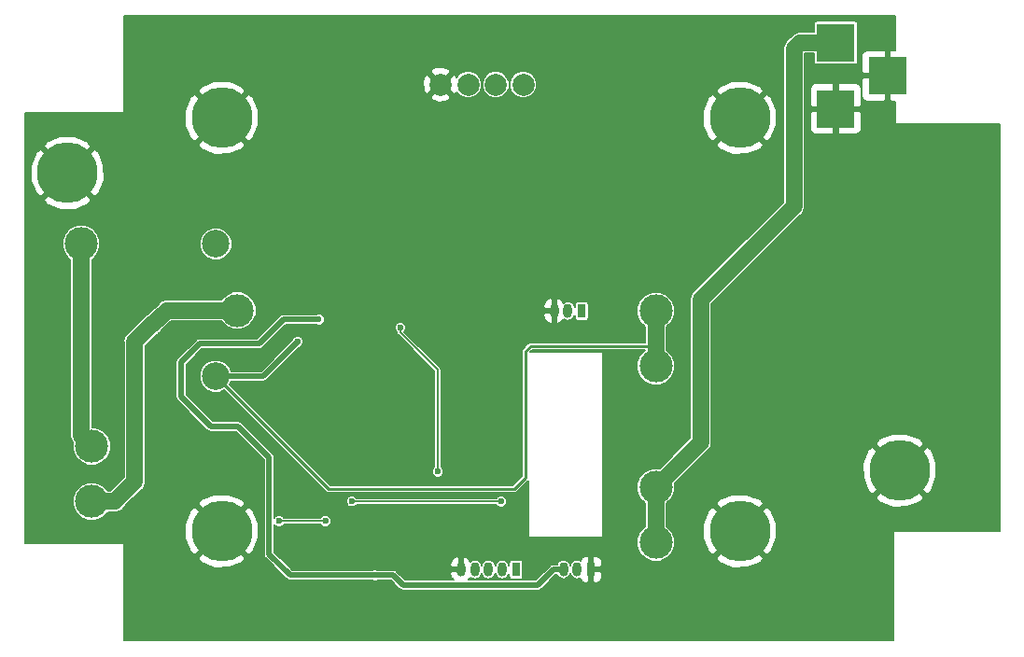
<source format=gbl>
G04 #@! TF.GenerationSoftware,KiCad,Pcbnew,(5.0.0-rc2-dev-347-g62c5a706d)*
G04 #@! TF.CreationDate,2018-11-25T22:16:37+01:00*
G04 #@! TF.ProjectId,NRF24L01,4E524632344C30312E6B696361645F70,rev?*
G04 #@! TF.SameCoordinates,Original*
G04 #@! TF.FileFunction,Copper,L2,Bot,Signal*
G04 #@! TF.FilePolarity,Positive*
%FSLAX46Y46*%
G04 Gerber Fmt 4.6, Leading zero omitted, Abs format (unit mm)*
G04 Created by KiCad (PCBNEW (5.0.0-rc2-dev-347-g62c5a706d)) date 11/25/18 22:16:37*
%MOMM*%
%LPD*%
G01*
G04 APERTURE LIST*
%ADD10C,3.000000*%
%ADD11C,2.500000*%
%ADD12C,2.000000*%
%ADD13R,3.500000X3.500000*%
%ADD14O,0.800000X1.300000*%
%ADD15R,0.800000X1.300000*%
%ADD16C,5.500000*%
%ADD17C,0.600000*%
%ADD18C,0.800000*%
%ADD19C,0.500000*%
%ADD20C,0.250000*%
%ADD21C,1.500000*%
%ADD22C,0.153000*%
%ADD23C,0.152000*%
%ADD24C,0.152400*%
G04 APERTURE END LIST*
D10*
X55200000Y-130300000D03*
X55200000Y-125300000D03*
D11*
X66450000Y-106950000D03*
D10*
X54250000Y-106950000D03*
D11*
X66450000Y-118950000D03*
D10*
X68400000Y-113000000D03*
D12*
X94350000Y-92500000D03*
X91850000Y-92500000D03*
X89350000Y-92500000D03*
X86850000Y-92500000D03*
D10*
X106375127Y-134022287D03*
X106375127Y-129022287D03*
X106375127Y-118022287D03*
X106375127Y-113022287D03*
D13*
X127400000Y-91700000D03*
X122700000Y-94700000D03*
X122700000Y-88700000D03*
D14*
X88698627Y-136488987D03*
X89948627Y-136488987D03*
X91198627Y-136488987D03*
X92448627Y-136488987D03*
D15*
X93698627Y-136488987D03*
X99649527Y-113032087D03*
D14*
X98399527Y-113032087D03*
X97149527Y-113032087D03*
D15*
X100487727Y-136476287D03*
D14*
X99237727Y-136476287D03*
X97987727Y-136476287D03*
D16*
X67000000Y-133000000D03*
X53000000Y-100500000D03*
X128500000Y-127500000D03*
X114000000Y-95500000D03*
X114000000Y-133000000D03*
X67000000Y-95500000D03*
D17*
X80402327Y-107100000D03*
X80400000Y-103400000D03*
X87073113Y-99526887D03*
X92212827Y-101765887D03*
X90900000Y-105900000D03*
X81402327Y-111697673D03*
D18*
X93295000Y-96900000D03*
D17*
X87200000Y-105000000D03*
X82733927Y-101400000D03*
X85500000Y-102500000D03*
X83189827Y-104900000D03*
D18*
X94600000Y-109742787D03*
D17*
X88300000Y-112528010D03*
X85600000Y-108200000D03*
X84077328Y-108200000D03*
X84077328Y-109777328D03*
X84000000Y-137900000D03*
X80900000Y-137000000D03*
X75800000Y-113800000D03*
X73900000Y-115800000D03*
X92341627Y-130304087D03*
X78800000Y-130300000D03*
X86600000Y-127600000D03*
X83200000Y-114544225D03*
X76400000Y-132100000D03*
X72200000Y-132100000D03*
D19*
X72600000Y-113800000D02*
X75800000Y-113800000D01*
X70400000Y-116000000D02*
X72600000Y-113800000D01*
X67300000Y-116000000D02*
X70400000Y-116000000D01*
X65000000Y-116000000D02*
X67300000Y-116000000D01*
X63300000Y-117700000D02*
X65000000Y-116000000D01*
X63300000Y-120800000D02*
X63300000Y-117700000D01*
X66000000Y-123500000D02*
X63300000Y-120800000D01*
X68483998Y-123500000D02*
X66000000Y-123500000D01*
X71300000Y-135100000D02*
X71300000Y-126316002D01*
X71300000Y-126316002D02*
X68483998Y-123500000D01*
X73200000Y-137000000D02*
X71300000Y-135100000D01*
X80900000Y-137000000D02*
X73200000Y-137000000D01*
X82534315Y-137000000D02*
X80900000Y-137000000D01*
X84000000Y-137900000D02*
X83434315Y-137900000D01*
X83434315Y-137900000D02*
X82534315Y-137000000D01*
X95664014Y-137900000D02*
X84000000Y-137900000D01*
X97987727Y-136476287D02*
X97087727Y-136476287D01*
X97087727Y-136476287D02*
X95664014Y-137900000D01*
X66450000Y-118950000D02*
X70750000Y-118950000D01*
X70750000Y-118950000D02*
X73900000Y-115800000D01*
D20*
X95040364Y-116200000D02*
X94574990Y-116665374D01*
X106375127Y-116200000D02*
X95040364Y-116200000D01*
X94574990Y-116665374D02*
X94574990Y-128125010D01*
X94574990Y-128125010D02*
X93500000Y-129200000D01*
X93500000Y-129200000D02*
X76700000Y-129200000D01*
X76700000Y-129200000D02*
X66450000Y-118950000D01*
D21*
X106375127Y-113022287D02*
X106375127Y-116200000D01*
X106375127Y-116200000D02*
X106375127Y-118022287D01*
X118900000Y-103567914D02*
X118900000Y-89250000D01*
X118900000Y-89250000D02*
X119450000Y-88700000D01*
X119450000Y-88700000D02*
X122700000Y-88700000D01*
X110439127Y-112028787D02*
X118900000Y-103567914D01*
X110439127Y-112028787D02*
X110439127Y-124958287D01*
X106375127Y-129022287D02*
X106375127Y-134022287D01*
X110439127Y-124958287D02*
X106375127Y-129022287D01*
D22*
X92341627Y-130304087D02*
X78804087Y-130304087D01*
D23*
X78804087Y-130304087D02*
X78800000Y-130300000D01*
D22*
X86600000Y-118500000D02*
X86600000Y-127600000D01*
X83200000Y-114544225D02*
X83200000Y-114968489D01*
X83200000Y-114968489D02*
X86600000Y-118368489D01*
X86600000Y-118368489D02*
X86600000Y-118500000D01*
D21*
X54250000Y-106950000D02*
X54250000Y-124350000D01*
X54250000Y-124350000D02*
X55200000Y-125300000D01*
X60800000Y-114200000D02*
X62000000Y-113000000D01*
X60800000Y-114200000D02*
X60700000Y-114200000D01*
X60700000Y-114200000D02*
X59100000Y-115800000D01*
X57321320Y-130300000D02*
X59100000Y-128521320D01*
X55200000Y-130300000D02*
X57321320Y-130300000D01*
X59100000Y-128521320D02*
X59100000Y-115800000D01*
X62000000Y-113000000D02*
X68400000Y-113000000D01*
D22*
X76400000Y-132100000D02*
X72200000Y-132100000D01*
D24*
G36*
X128123800Y-89365800D02*
X127723850Y-89365800D01*
X127577800Y-89511850D01*
X127577800Y-91522200D01*
X127597800Y-91522200D01*
X127597800Y-91877800D01*
X127577800Y-91877800D01*
X127577800Y-93888150D01*
X127723850Y-94034200D01*
X128123800Y-94034200D01*
X128123800Y-96000000D01*
X128129600Y-96029160D01*
X128146118Y-96053882D01*
X128170840Y-96070400D01*
X128200000Y-96076200D01*
X137523800Y-96076200D01*
X137523800Y-133023800D01*
X128000000Y-133023800D01*
X127970840Y-133029600D01*
X127946118Y-133046118D01*
X127929600Y-133070840D01*
X127923800Y-133100000D01*
X127923800Y-142923800D01*
X58176200Y-142923800D01*
X58176200Y-135422837D01*
X64828610Y-135422837D01*
X65148390Y-135851014D01*
X66380372Y-136342574D01*
X67706685Y-136325257D01*
X68851610Y-135851014D01*
X69171390Y-135422837D01*
X67000000Y-133251447D01*
X64828610Y-135422837D01*
X58176200Y-135422837D01*
X58176200Y-134200000D01*
X58170400Y-134170840D01*
X58153882Y-134146118D01*
X58129160Y-134129600D01*
X58100000Y-134123800D01*
X49176200Y-134123800D01*
X49176200Y-132380372D01*
X63657426Y-132380372D01*
X63674743Y-133706685D01*
X64148986Y-134851610D01*
X64577163Y-135171390D01*
X66748553Y-133000000D01*
X67251447Y-133000000D01*
X69422837Y-135171390D01*
X69851014Y-134851610D01*
X70342574Y-133619628D01*
X70325257Y-132293315D01*
X69851014Y-131148390D01*
X69422837Y-130828610D01*
X67251447Y-133000000D01*
X66748553Y-133000000D01*
X64577163Y-130828610D01*
X64148986Y-131148390D01*
X63657426Y-132380372D01*
X49176200Y-132380372D01*
X49176200Y-129956041D01*
X53470800Y-129956041D01*
X53470800Y-130643959D01*
X53734055Y-131279513D01*
X54220487Y-131765945D01*
X54856041Y-132029200D01*
X55543959Y-132029200D01*
X56179513Y-131765945D01*
X56665945Y-131279513D01*
X56666075Y-131279200D01*
X57224884Y-131279200D01*
X57321320Y-131298382D01*
X57417756Y-131279200D01*
X57417760Y-131279200D01*
X57703385Y-131222386D01*
X58027283Y-131005963D01*
X58081913Y-130924204D01*
X58428954Y-130577163D01*
X64828610Y-130577163D01*
X67000000Y-132748553D01*
X69171390Y-130577163D01*
X68851610Y-130148986D01*
X67619628Y-129657426D01*
X66293315Y-129674743D01*
X65148390Y-130148986D01*
X64828610Y-130577163D01*
X58428954Y-130577163D01*
X59724207Y-129281910D01*
X59805963Y-129227283D01*
X60022386Y-128903385D01*
X60079200Y-128617760D01*
X60079200Y-128617756D01*
X60098382Y-128521321D01*
X60079200Y-128424886D01*
X60079200Y-117700000D01*
X62811412Y-117700000D01*
X62820801Y-117747201D01*
X62820800Y-120752804D01*
X62811412Y-120800000D01*
X62820800Y-120847195D01*
X62848604Y-120986974D01*
X62954516Y-121145484D01*
X62994531Y-121172221D01*
X65627781Y-123805472D01*
X65654516Y-123845484D01*
X65813025Y-123951396D01*
X65952804Y-123979200D01*
X66000000Y-123988588D01*
X66047196Y-123979200D01*
X68285508Y-123979200D01*
X70820801Y-126514495D01*
X70820800Y-135052804D01*
X70811412Y-135100000D01*
X70820800Y-135147195D01*
X70848604Y-135286974D01*
X70954516Y-135445484D01*
X70994531Y-135472221D01*
X72827781Y-137305472D01*
X72854516Y-137345484D01*
X73013025Y-137451396D01*
X73152804Y-137479200D01*
X73200000Y-137488588D01*
X73247196Y-137479200D01*
X80674025Y-137479200D01*
X80794736Y-137529200D01*
X81005264Y-137529200D01*
X81125975Y-137479200D01*
X82335825Y-137479200D01*
X83062097Y-138205474D01*
X83088831Y-138245484D01*
X83128840Y-138272217D01*
X83128841Y-138272218D01*
X83247340Y-138351396D01*
X83434314Y-138388588D01*
X83481510Y-138379200D01*
X83774025Y-138379200D01*
X83894736Y-138429200D01*
X84105264Y-138429200D01*
X84225975Y-138379200D01*
X95616818Y-138379200D01*
X95664014Y-138388588D01*
X95711210Y-138379200D01*
X95850989Y-138351396D01*
X96009498Y-138245484D01*
X96036235Y-138205469D01*
X97286219Y-136955487D01*
X97391792Y-136955487D01*
X97395034Y-136971787D01*
X97534100Y-137179914D01*
X97742226Y-137318980D01*
X97987727Y-137367813D01*
X98233227Y-137318980D01*
X98441354Y-137179914D01*
X98580420Y-136971788D01*
X98612727Y-136809368D01*
X98645034Y-136971787D01*
X98784100Y-137179914D01*
X98992226Y-137318980D01*
X99237727Y-137367813D01*
X99483227Y-137318980D01*
X99523941Y-137291776D01*
X99592466Y-137457209D01*
X99756804Y-137621548D01*
X99971522Y-137710487D01*
X100163877Y-137710487D01*
X100309927Y-137564437D01*
X100309927Y-136654087D01*
X100665527Y-136654087D01*
X100665527Y-137564437D01*
X100811577Y-137710487D01*
X101003932Y-137710487D01*
X101218650Y-137621548D01*
X101382988Y-137457209D01*
X101471927Y-137242491D01*
X101471927Y-136800137D01*
X101325877Y-136654087D01*
X100665527Y-136654087D01*
X100309927Y-136654087D01*
X100289927Y-136654087D01*
X100289927Y-136298487D01*
X100309927Y-136298487D01*
X100309927Y-135388137D01*
X100665527Y-135388137D01*
X100665527Y-136298487D01*
X101325877Y-136298487D01*
X101471927Y-136152437D01*
X101471927Y-135710083D01*
X101382988Y-135495365D01*
X101218650Y-135331026D01*
X101003932Y-135242087D01*
X100811577Y-135242087D01*
X100665527Y-135388137D01*
X100309927Y-135388137D01*
X100163877Y-135242087D01*
X99971522Y-135242087D01*
X99756804Y-135331026D01*
X99592466Y-135495365D01*
X99523941Y-135660798D01*
X99483228Y-135633594D01*
X99237727Y-135584761D01*
X98992227Y-135633594D01*
X98784101Y-135772660D01*
X98645034Y-135980786D01*
X98612727Y-136143205D01*
X98580420Y-135980786D01*
X98441354Y-135772660D01*
X98233228Y-135633594D01*
X97987727Y-135584761D01*
X97742227Y-135633594D01*
X97534101Y-135772660D01*
X97395034Y-135980786D01*
X97391792Y-135997087D01*
X97134918Y-135997087D01*
X97087726Y-135987700D01*
X97040534Y-135997087D01*
X97040531Y-135997087D01*
X96900752Y-136024891D01*
X96742243Y-136130803D01*
X96715510Y-136170813D01*
X95465524Y-137420800D01*
X89400969Y-137420800D01*
X89552407Y-137230972D01*
X89703126Y-137331680D01*
X89948627Y-137380513D01*
X90194127Y-137331680D01*
X90402254Y-137192614D01*
X90541320Y-136984488D01*
X90573627Y-136822068D01*
X90605934Y-136984487D01*
X90745000Y-137192614D01*
X90953126Y-137331680D01*
X91198627Y-137380513D01*
X91444127Y-137331680D01*
X91652254Y-137192614D01*
X91791320Y-136984488D01*
X91823627Y-136822068D01*
X91855934Y-136984487D01*
X91995000Y-137192614D01*
X92203126Y-137331680D01*
X92448627Y-137380513D01*
X92694127Y-137331680D01*
X92902254Y-137192614D01*
X93041320Y-136984488D01*
X93064937Y-136865757D01*
X93064937Y-137138987D01*
X93082726Y-137228416D01*
X93133383Y-137304231D01*
X93209198Y-137354888D01*
X93298627Y-137372677D01*
X94098627Y-137372677D01*
X94188056Y-137354888D01*
X94263871Y-137304231D01*
X94314528Y-137228416D01*
X94332317Y-137138987D01*
X94332317Y-135838987D01*
X94314528Y-135749558D01*
X94263871Y-135673743D01*
X94188056Y-135623086D01*
X94098627Y-135605297D01*
X93298627Y-135605297D01*
X93209198Y-135623086D01*
X93133383Y-135673743D01*
X93082726Y-135749558D01*
X93064937Y-135838987D01*
X93064937Y-136112217D01*
X93041320Y-135993486D01*
X92902254Y-135785360D01*
X92694128Y-135646294D01*
X92448627Y-135597461D01*
X92203127Y-135646294D01*
X91995001Y-135785360D01*
X91855934Y-135993486D01*
X91823627Y-136155905D01*
X91791320Y-135993486D01*
X91652254Y-135785360D01*
X91444128Y-135646294D01*
X91198627Y-135597461D01*
X90953127Y-135646294D01*
X90745001Y-135785360D01*
X90605934Y-135993486D01*
X90573627Y-136155905D01*
X90541320Y-135993486D01*
X90402254Y-135785360D01*
X90194128Y-135646294D01*
X89948627Y-135597461D01*
X89703127Y-135646294D01*
X89552407Y-135747002D01*
X89339353Y-135479939D01*
X89025668Y-135310712D01*
X88876427Y-135419913D01*
X88876427Y-136311187D01*
X88896427Y-136311187D01*
X88896427Y-136666787D01*
X88876427Y-136666787D01*
X88876427Y-136686787D01*
X88520827Y-136686787D01*
X88520827Y-136666787D01*
X87853985Y-136666787D01*
X87708837Y-136822654D01*
X87816198Y-137195061D01*
X87996285Y-137420800D01*
X84225975Y-137420800D01*
X84105264Y-137370800D01*
X83894736Y-137370800D01*
X83774025Y-137420800D01*
X83632807Y-137420800D01*
X82906536Y-136694531D01*
X82879799Y-136654516D01*
X82721290Y-136548604D01*
X82581511Y-136520800D01*
X82534315Y-136511412D01*
X82487119Y-136520800D01*
X81125975Y-136520800D01*
X81005264Y-136470800D01*
X80794736Y-136470800D01*
X80674025Y-136520800D01*
X73398491Y-136520800D01*
X73033011Y-136155320D01*
X87708837Y-136155320D01*
X87853985Y-136311187D01*
X88520827Y-136311187D01*
X88520827Y-135419913D01*
X88371586Y-135310712D01*
X88057901Y-135479939D01*
X87816198Y-135782913D01*
X87708837Y-136155320D01*
X73033011Y-136155320D01*
X71779200Y-134901510D01*
X71779200Y-132427602D01*
X71900232Y-132548634D01*
X72094736Y-132629200D01*
X72305264Y-132629200D01*
X72499768Y-132548634D01*
X72642702Y-132405700D01*
X75957298Y-132405700D01*
X76100232Y-132548634D01*
X76294736Y-132629200D01*
X76505264Y-132629200D01*
X76699768Y-132548634D01*
X76848634Y-132399768D01*
X76929200Y-132205264D01*
X76929200Y-131994736D01*
X76848634Y-131800232D01*
X76699768Y-131651366D01*
X76505264Y-131570800D01*
X76294736Y-131570800D01*
X76100232Y-131651366D01*
X75957298Y-131794300D01*
X72642702Y-131794300D01*
X72499768Y-131651366D01*
X72305264Y-131570800D01*
X72094736Y-131570800D01*
X71900232Y-131651366D01*
X71779200Y-131772398D01*
X71779200Y-130194736D01*
X78270800Y-130194736D01*
X78270800Y-130405264D01*
X78351366Y-130599768D01*
X78500232Y-130748634D01*
X78694736Y-130829200D01*
X78905264Y-130829200D01*
X79099768Y-130748634D01*
X79238615Y-130609787D01*
X91898925Y-130609787D01*
X92041859Y-130752721D01*
X92236363Y-130833287D01*
X92446891Y-130833287D01*
X92641395Y-130752721D01*
X92790261Y-130603855D01*
X92870827Y-130409351D01*
X92870827Y-130198823D01*
X92790261Y-130004319D01*
X92641395Y-129855453D01*
X92446891Y-129774887D01*
X92236363Y-129774887D01*
X92041859Y-129855453D01*
X91898925Y-129998387D01*
X79246789Y-129998387D01*
X79099768Y-129851366D01*
X78905264Y-129770800D01*
X78694736Y-129770800D01*
X78500232Y-129851366D01*
X78351366Y-130000232D01*
X78270800Y-130194736D01*
X71779200Y-130194736D01*
X71779200Y-126363197D01*
X71788588Y-126316001D01*
X71751396Y-126129027D01*
X71672218Y-126010528D01*
X71672217Y-126010527D01*
X71645484Y-125970518D01*
X71605475Y-125943785D01*
X68856219Y-123194531D01*
X68829482Y-123154516D01*
X68670973Y-123048604D01*
X68531194Y-123020800D01*
X68483998Y-123011412D01*
X68436802Y-123020800D01*
X66198491Y-123020800D01*
X63779200Y-120601510D01*
X63779200Y-118655769D01*
X64970800Y-118655769D01*
X64970800Y-119244231D01*
X65195995Y-119787899D01*
X65612101Y-120204005D01*
X66155769Y-120429200D01*
X66744231Y-120429200D01*
X67227931Y-120228844D01*
X76424874Y-129425788D01*
X76444636Y-129455364D01*
X76561798Y-129533649D01*
X76699999Y-129561139D01*
X76734884Y-129554200D01*
X93465115Y-129554200D01*
X93500000Y-129561139D01*
X93534885Y-129554200D01*
X93638202Y-129533649D01*
X93755364Y-129455364D01*
X93775128Y-129425785D01*
X94800781Y-128400134D01*
X94823800Y-128384753D01*
X94823800Y-133500000D01*
X94829600Y-133529160D01*
X94846118Y-133553882D01*
X94870840Y-133570400D01*
X94900000Y-133576200D01*
X101500000Y-133576200D01*
X101529160Y-133570400D01*
X101553882Y-133553882D01*
X101570400Y-133529160D01*
X101576200Y-133500000D01*
X101576200Y-128678328D01*
X104645927Y-128678328D01*
X104645927Y-129366246D01*
X104909182Y-130001800D01*
X105395614Y-130488232D01*
X105395927Y-130488362D01*
X105395928Y-132556212D01*
X105395614Y-132556342D01*
X104909182Y-133042774D01*
X104645927Y-133678328D01*
X104645927Y-134366246D01*
X104909182Y-135001800D01*
X105395614Y-135488232D01*
X106031168Y-135751487D01*
X106719086Y-135751487D01*
X107354640Y-135488232D01*
X107420035Y-135422837D01*
X111828610Y-135422837D01*
X112148390Y-135851014D01*
X113380372Y-136342574D01*
X114706685Y-136325257D01*
X115851610Y-135851014D01*
X116171390Y-135422837D01*
X114000000Y-133251447D01*
X111828610Y-135422837D01*
X107420035Y-135422837D01*
X107841072Y-135001800D01*
X108104327Y-134366246D01*
X108104327Y-133678328D01*
X107841072Y-133042774D01*
X107354640Y-132556342D01*
X107354327Y-132556212D01*
X107354327Y-132380372D01*
X110657426Y-132380372D01*
X110674743Y-133706685D01*
X111148986Y-134851610D01*
X111577163Y-135171390D01*
X113748553Y-133000000D01*
X114251447Y-133000000D01*
X116422837Y-135171390D01*
X116851014Y-134851610D01*
X117342574Y-133619628D01*
X117325257Y-132293315D01*
X116851014Y-131148390D01*
X116422837Y-130828610D01*
X114251447Y-133000000D01*
X113748553Y-133000000D01*
X111577163Y-130828610D01*
X111148986Y-131148390D01*
X110657426Y-132380372D01*
X107354327Y-132380372D01*
X107354327Y-130577163D01*
X111828610Y-130577163D01*
X114000000Y-132748553D01*
X116171390Y-130577163D01*
X115851610Y-130148986D01*
X115284820Y-129922837D01*
X126328610Y-129922837D01*
X126648390Y-130351014D01*
X127880372Y-130842574D01*
X129206685Y-130825257D01*
X130351610Y-130351014D01*
X130671390Y-129922837D01*
X128500000Y-127751447D01*
X126328610Y-129922837D01*
X115284820Y-129922837D01*
X114619628Y-129657426D01*
X113293315Y-129674743D01*
X112148390Y-130148986D01*
X111828610Y-130577163D01*
X107354327Y-130577163D01*
X107354327Y-130488362D01*
X107354640Y-130488232D01*
X107841072Y-130001800D01*
X108104327Y-129366246D01*
X108104327Y-128678328D01*
X108104197Y-128678014D01*
X109901839Y-126880372D01*
X125157426Y-126880372D01*
X125174743Y-128206685D01*
X125648986Y-129351610D01*
X126077163Y-129671390D01*
X128248553Y-127500000D01*
X128751447Y-127500000D01*
X130922837Y-129671390D01*
X131351014Y-129351610D01*
X131842574Y-128119628D01*
X131825257Y-126793315D01*
X131351014Y-125648390D01*
X130922837Y-125328610D01*
X128751447Y-127500000D01*
X128248553Y-127500000D01*
X126077163Y-125328610D01*
X125648986Y-125648390D01*
X125157426Y-126880372D01*
X109901839Y-126880372D01*
X111063334Y-125718878D01*
X111145090Y-125664250D01*
X111361513Y-125340352D01*
X111413864Y-125077163D01*
X126328610Y-125077163D01*
X128500000Y-127248553D01*
X130671390Y-125077163D01*
X130351610Y-124648986D01*
X129119628Y-124157426D01*
X127793315Y-124174743D01*
X126648390Y-124648986D01*
X126328610Y-125077163D01*
X111413864Y-125077163D01*
X111418327Y-125054727D01*
X111418327Y-125054723D01*
X111437509Y-124958287D01*
X111418327Y-124861851D01*
X111418327Y-112434384D01*
X119524208Y-104328504D01*
X119605963Y-104273877D01*
X119822386Y-103949979D01*
X119879200Y-103664354D01*
X119879200Y-103664350D01*
X119898382Y-103567915D01*
X119879200Y-103471480D01*
X119879200Y-95023850D01*
X120365800Y-95023850D01*
X120365800Y-96566205D01*
X120454739Y-96780923D01*
X120619078Y-96945261D01*
X120833796Y-97034200D01*
X122376150Y-97034200D01*
X122522200Y-96888150D01*
X122522200Y-94877800D01*
X122877800Y-94877800D01*
X122877800Y-96888150D01*
X123023850Y-97034200D01*
X124566204Y-97034200D01*
X124780922Y-96945261D01*
X124945261Y-96780923D01*
X125034200Y-96566205D01*
X125034200Y-95023850D01*
X124888150Y-94877800D01*
X122877800Y-94877800D01*
X122522200Y-94877800D01*
X120511850Y-94877800D01*
X120365800Y-95023850D01*
X119879200Y-95023850D01*
X119879200Y-92833795D01*
X120365800Y-92833795D01*
X120365800Y-94376150D01*
X120511850Y-94522200D01*
X122522200Y-94522200D01*
X122522200Y-92511850D01*
X122877800Y-92511850D01*
X122877800Y-94522200D01*
X124888150Y-94522200D01*
X125034200Y-94376150D01*
X125034200Y-92833795D01*
X124945261Y-92619077D01*
X124780922Y-92454739D01*
X124566204Y-92365800D01*
X123023850Y-92365800D01*
X122877800Y-92511850D01*
X122522200Y-92511850D01*
X122376150Y-92365800D01*
X120833796Y-92365800D01*
X120619078Y-92454739D01*
X120454739Y-92619077D01*
X120365800Y-92833795D01*
X119879200Y-92833795D01*
X119879200Y-92023850D01*
X125065800Y-92023850D01*
X125065800Y-93566205D01*
X125154739Y-93780923D01*
X125319078Y-93945261D01*
X125533796Y-94034200D01*
X127076150Y-94034200D01*
X127222200Y-93888150D01*
X127222200Y-91877800D01*
X125211850Y-91877800D01*
X125065800Y-92023850D01*
X119879200Y-92023850D01*
X119879200Y-89679200D01*
X120716310Y-89679200D01*
X120716310Y-90450000D01*
X120734099Y-90539429D01*
X120784756Y-90615244D01*
X120860571Y-90665901D01*
X120950000Y-90683690D01*
X124450000Y-90683690D01*
X124539429Y-90665901D01*
X124615244Y-90615244D01*
X124665901Y-90539429D01*
X124683690Y-90450000D01*
X124683690Y-89833795D01*
X125065800Y-89833795D01*
X125065800Y-91376150D01*
X125211850Y-91522200D01*
X127222200Y-91522200D01*
X127222200Y-89511850D01*
X127076150Y-89365800D01*
X125533796Y-89365800D01*
X125319078Y-89454739D01*
X125154739Y-89619077D01*
X125065800Y-89833795D01*
X124683690Y-89833795D01*
X124683690Y-86950000D01*
X124665901Y-86860571D01*
X124615244Y-86784756D01*
X124539429Y-86734099D01*
X124450000Y-86716310D01*
X120950000Y-86716310D01*
X120860571Y-86734099D01*
X120784756Y-86784756D01*
X120734099Y-86860571D01*
X120716310Y-86950000D01*
X120716310Y-87720800D01*
X119546434Y-87720800D01*
X119449999Y-87701618D01*
X119353564Y-87720800D01*
X119353560Y-87720800D01*
X119067935Y-87777614D01*
X118744037Y-87994037D01*
X118689407Y-88075796D01*
X118275794Y-88489409D01*
X118194038Y-88544037D01*
X118139410Y-88625793D01*
X118139408Y-88625795D01*
X117977614Y-88867936D01*
X117901618Y-89250000D01*
X117920801Y-89346441D01*
X117920800Y-103162316D01*
X109814923Y-111268194D01*
X109733164Y-111322824D01*
X109516741Y-111646723D01*
X109459927Y-111932348D01*
X109459927Y-111932351D01*
X109440745Y-112028787D01*
X109459927Y-112125223D01*
X109459928Y-124552688D01*
X106719400Y-127293217D01*
X106719086Y-127293087D01*
X106031168Y-127293087D01*
X105395614Y-127556342D01*
X104909182Y-128042774D01*
X104645927Y-128678328D01*
X101576200Y-128678328D01*
X101576200Y-116800000D01*
X101570400Y-116770840D01*
X101553882Y-116746118D01*
X101529160Y-116729600D01*
X101500000Y-116723800D01*
X95017477Y-116723800D01*
X95187078Y-116554200D01*
X105395927Y-116554200D01*
X105395927Y-116556212D01*
X105395614Y-116556342D01*
X104909182Y-117042774D01*
X104645927Y-117678328D01*
X104645927Y-118366246D01*
X104909182Y-119001800D01*
X105395614Y-119488232D01*
X106031168Y-119751487D01*
X106719086Y-119751487D01*
X107354640Y-119488232D01*
X107841072Y-119001800D01*
X108104327Y-118366246D01*
X108104327Y-117678328D01*
X107841072Y-117042774D01*
X107354640Y-116556342D01*
X107354327Y-116556212D01*
X107354327Y-114488362D01*
X107354640Y-114488232D01*
X107841072Y-114001800D01*
X108104327Y-113366246D01*
X108104327Y-112678328D01*
X107841072Y-112042774D01*
X107354640Y-111556342D01*
X106719086Y-111293087D01*
X106031168Y-111293087D01*
X105395614Y-111556342D01*
X104909182Y-112042774D01*
X104645927Y-112678328D01*
X104645927Y-113366246D01*
X104909182Y-114001800D01*
X105395614Y-114488232D01*
X105395927Y-114488362D01*
X105395928Y-115845800D01*
X95075247Y-115845800D01*
X95040363Y-115838861D01*
X95005479Y-115845800D01*
X94902162Y-115866351D01*
X94785000Y-115944636D01*
X94765238Y-115974212D01*
X94349203Y-116390248D01*
X94319626Y-116410011D01*
X94267123Y-116488588D01*
X94241341Y-116527173D01*
X94213851Y-116665374D01*
X94220790Y-116700259D01*
X94220791Y-127978294D01*
X93353287Y-128845800D01*
X76846714Y-128845800D01*
X67728844Y-119727931D01*
X67852583Y-119429200D01*
X70702804Y-119429200D01*
X70750000Y-119438588D01*
X70797196Y-119429200D01*
X70936975Y-119401396D01*
X71095484Y-119295484D01*
X71122221Y-119255469D01*
X74079057Y-116298634D01*
X74199768Y-116248634D01*
X74348634Y-116099768D01*
X74429200Y-115905264D01*
X74429200Y-115694736D01*
X74348634Y-115500232D01*
X74199768Y-115351366D01*
X74005264Y-115270800D01*
X73794736Y-115270800D01*
X73600232Y-115351366D01*
X73451366Y-115500232D01*
X73401366Y-115620943D01*
X70551510Y-118470800D01*
X67852583Y-118470800D01*
X67704005Y-118112101D01*
X67287899Y-117695995D01*
X66744231Y-117470800D01*
X66155769Y-117470800D01*
X65612101Y-117695995D01*
X65195995Y-118112101D01*
X64970800Y-118655769D01*
X63779200Y-118655769D01*
X63779200Y-117898490D01*
X65198491Y-116479200D01*
X70352804Y-116479200D01*
X70400000Y-116488588D01*
X70447196Y-116479200D01*
X70586975Y-116451396D01*
X70745484Y-116345484D01*
X70772221Y-116305469D01*
X72638729Y-114438961D01*
X82670800Y-114438961D01*
X82670800Y-114649489D01*
X82751366Y-114843993D01*
X82891403Y-114984030D01*
X82894300Y-114998593D01*
X82894300Y-114998598D01*
X82909185Y-115073425D01*
X82912038Y-115087767D01*
X82962548Y-115163361D01*
X82962550Y-115163363D01*
X82979604Y-115188886D01*
X83005127Y-115205940D01*
X86294300Y-118495114D01*
X86294301Y-127157297D01*
X86151366Y-127300232D01*
X86070800Y-127494736D01*
X86070800Y-127705264D01*
X86151366Y-127899768D01*
X86300232Y-128048634D01*
X86494736Y-128129200D01*
X86705264Y-128129200D01*
X86899768Y-128048634D01*
X87048634Y-127899768D01*
X87129200Y-127705264D01*
X87129200Y-127494736D01*
X87048634Y-127300232D01*
X86905700Y-127157298D01*
X86905700Y-118398592D01*
X86911688Y-118368488D01*
X86905700Y-118338384D01*
X86905700Y-118338380D01*
X86887963Y-118249211D01*
X86820397Y-118148092D01*
X86794874Y-118131038D01*
X83578231Y-114914396D01*
X83648634Y-114843993D01*
X83729200Y-114649489D01*
X83729200Y-114438961D01*
X83648634Y-114244457D01*
X83499768Y-114095591D01*
X83305264Y-114015025D01*
X83094736Y-114015025D01*
X82900232Y-114095591D01*
X82751366Y-114244457D01*
X82670800Y-114438961D01*
X72638729Y-114438961D01*
X72798491Y-114279200D01*
X75574025Y-114279200D01*
X75694736Y-114329200D01*
X75905264Y-114329200D01*
X76099768Y-114248634D01*
X76248634Y-114099768D01*
X76329200Y-113905264D01*
X76329200Y-113694736D01*
X76248634Y-113500232D01*
X76114156Y-113365754D01*
X96159737Y-113365754D01*
X96267098Y-113738161D01*
X96508801Y-114041135D01*
X96822486Y-114210362D01*
X96971727Y-114101161D01*
X96971727Y-113209887D01*
X96304885Y-113209887D01*
X96159737Y-113365754D01*
X76114156Y-113365754D01*
X76099768Y-113351366D01*
X75905264Y-113270800D01*
X75694736Y-113270800D01*
X75574025Y-113320800D01*
X72647196Y-113320800D01*
X72600000Y-113311412D01*
X72552804Y-113320800D01*
X72413025Y-113348604D01*
X72254516Y-113454516D01*
X72227781Y-113494528D01*
X70201510Y-115520800D01*
X65047195Y-115520800D01*
X64999999Y-115511412D01*
X64895183Y-115532262D01*
X64813025Y-115548604D01*
X64654516Y-115654516D01*
X64627781Y-115694528D01*
X62994529Y-117327781D01*
X62954517Y-117354516D01*
X62927782Y-117394528D01*
X62848604Y-117513027D01*
X62811412Y-117700000D01*
X60079200Y-117700000D01*
X60079200Y-116205597D01*
X61157532Y-115127266D01*
X61182065Y-115122386D01*
X61505963Y-114905963D01*
X61560593Y-114824204D01*
X62405598Y-113979200D01*
X66933925Y-113979200D01*
X66934055Y-113979513D01*
X67420487Y-114465945D01*
X68056041Y-114729200D01*
X68743959Y-114729200D01*
X69379513Y-114465945D01*
X69865945Y-113979513D01*
X70129200Y-113343959D01*
X70129200Y-112698420D01*
X96159737Y-112698420D01*
X96304885Y-112854287D01*
X96971727Y-112854287D01*
X96971727Y-111963013D01*
X97327327Y-111963013D01*
X97327327Y-112854287D01*
X97347327Y-112854287D01*
X97347327Y-113209887D01*
X97327327Y-113209887D01*
X97327327Y-114101161D01*
X97476568Y-114210362D01*
X97790253Y-114041135D01*
X98003307Y-113774072D01*
X98154026Y-113874780D01*
X98399527Y-113923613D01*
X98645027Y-113874780D01*
X98853154Y-113735714D01*
X98992220Y-113527588D01*
X99015837Y-113408857D01*
X99015837Y-113682087D01*
X99033626Y-113771516D01*
X99084283Y-113847331D01*
X99160098Y-113897988D01*
X99249527Y-113915777D01*
X100049527Y-113915777D01*
X100138956Y-113897988D01*
X100214771Y-113847331D01*
X100265428Y-113771516D01*
X100283217Y-113682087D01*
X100283217Y-112382087D01*
X100265428Y-112292658D01*
X100214771Y-112216843D01*
X100138956Y-112166186D01*
X100049527Y-112148397D01*
X99249527Y-112148397D01*
X99160098Y-112166186D01*
X99084283Y-112216843D01*
X99033626Y-112292658D01*
X99015837Y-112382087D01*
X99015837Y-112655317D01*
X98992220Y-112536586D01*
X98853154Y-112328460D01*
X98645028Y-112189394D01*
X98399527Y-112140561D01*
X98154027Y-112189394D01*
X98003307Y-112290102D01*
X97790253Y-112023039D01*
X97476568Y-111853812D01*
X97327327Y-111963013D01*
X96971727Y-111963013D01*
X96822486Y-111853812D01*
X96508801Y-112023039D01*
X96267098Y-112326013D01*
X96159737Y-112698420D01*
X70129200Y-112698420D01*
X70129200Y-112656041D01*
X69865945Y-112020487D01*
X69379513Y-111534055D01*
X68743959Y-111270800D01*
X68056041Y-111270800D01*
X67420487Y-111534055D01*
X66934055Y-112020487D01*
X66933925Y-112020800D01*
X62096434Y-112020800D01*
X61999999Y-112001618D01*
X61903564Y-112020800D01*
X61903560Y-112020800D01*
X61617935Y-112077614D01*
X61450645Y-112189394D01*
X61375794Y-112239408D01*
X61375793Y-112239409D01*
X61294037Y-112294037D01*
X61239409Y-112375793D01*
X60342469Y-113272734D01*
X60317935Y-113277614D01*
X60075794Y-113439408D01*
X60075793Y-113439409D01*
X59994037Y-113494037D01*
X59939409Y-113575793D01*
X58475794Y-115039409D01*
X58394038Y-115094037D01*
X58339410Y-115175793D01*
X58339408Y-115175795D01*
X58177614Y-115417936D01*
X58101618Y-115800000D01*
X58120801Y-115896441D01*
X58120800Y-128115722D01*
X56915723Y-129320800D01*
X56666075Y-129320800D01*
X56665945Y-129320487D01*
X56179513Y-128834055D01*
X55543959Y-128570800D01*
X54856041Y-128570800D01*
X54220487Y-128834055D01*
X53734055Y-129320487D01*
X53470800Y-129956041D01*
X49176200Y-129956041D01*
X49176200Y-106606041D01*
X52520800Y-106606041D01*
X52520800Y-107293959D01*
X52784055Y-107929513D01*
X53270487Y-108415945D01*
X53270800Y-108416075D01*
X53270801Y-124253559D01*
X53251618Y-124350000D01*
X53327614Y-124732064D01*
X53473276Y-124950062D01*
X53470800Y-124956041D01*
X53470800Y-125643959D01*
X53734055Y-126279513D01*
X54220487Y-126765945D01*
X54856041Y-127029200D01*
X55543959Y-127029200D01*
X56179513Y-126765945D01*
X56665945Y-126279513D01*
X56929200Y-125643959D01*
X56929200Y-124956041D01*
X56665945Y-124320487D01*
X56179513Y-123834055D01*
X55543959Y-123570800D01*
X55229200Y-123570800D01*
X55229200Y-108416075D01*
X55229513Y-108415945D01*
X55715945Y-107929513D01*
X55979200Y-107293959D01*
X55979200Y-106655769D01*
X64970800Y-106655769D01*
X64970800Y-107244231D01*
X65195995Y-107787899D01*
X65612101Y-108204005D01*
X66155769Y-108429200D01*
X66744231Y-108429200D01*
X67287899Y-108204005D01*
X67704005Y-107787899D01*
X67929200Y-107244231D01*
X67929200Y-106655769D01*
X67704005Y-106112101D01*
X67287899Y-105695995D01*
X66744231Y-105470800D01*
X66155769Y-105470800D01*
X65612101Y-105695995D01*
X65195995Y-106112101D01*
X64970800Y-106655769D01*
X55979200Y-106655769D01*
X55979200Y-106606041D01*
X55715945Y-105970487D01*
X55229513Y-105484055D01*
X54593959Y-105220800D01*
X53906041Y-105220800D01*
X53270487Y-105484055D01*
X52784055Y-105970487D01*
X52520800Y-106606041D01*
X49176200Y-106606041D01*
X49176200Y-102922837D01*
X50828610Y-102922837D01*
X51148390Y-103351014D01*
X52380372Y-103842574D01*
X53706685Y-103825257D01*
X54851610Y-103351014D01*
X55171390Y-102922837D01*
X53000000Y-100751447D01*
X50828610Y-102922837D01*
X49176200Y-102922837D01*
X49176200Y-99880372D01*
X49657426Y-99880372D01*
X49674743Y-101206685D01*
X50148986Y-102351610D01*
X50577163Y-102671390D01*
X52748553Y-100500000D01*
X53251447Y-100500000D01*
X55422837Y-102671390D01*
X55851014Y-102351610D01*
X56342574Y-101119628D01*
X56325257Y-99793315D01*
X55851014Y-98648390D01*
X55422837Y-98328610D01*
X53251447Y-100500000D01*
X52748553Y-100500000D01*
X50577163Y-98328610D01*
X50148986Y-98648390D01*
X49657426Y-99880372D01*
X49176200Y-99880372D01*
X49176200Y-98077163D01*
X50828610Y-98077163D01*
X53000000Y-100248553D01*
X55171390Y-98077163D01*
X55056134Y-97922837D01*
X64828610Y-97922837D01*
X65148390Y-98351014D01*
X66380372Y-98842574D01*
X67706685Y-98825257D01*
X68851610Y-98351014D01*
X69171390Y-97922837D01*
X111828610Y-97922837D01*
X112148390Y-98351014D01*
X113380372Y-98842574D01*
X114706685Y-98825257D01*
X115851610Y-98351014D01*
X116171390Y-97922837D01*
X114000000Y-95751447D01*
X111828610Y-97922837D01*
X69171390Y-97922837D01*
X67000000Y-95751447D01*
X64828610Y-97922837D01*
X55056134Y-97922837D01*
X54851610Y-97648986D01*
X53619628Y-97157426D01*
X52293315Y-97174743D01*
X51148390Y-97648986D01*
X50828610Y-98077163D01*
X49176200Y-98077163D01*
X49176200Y-95076200D01*
X58100000Y-95076200D01*
X58129160Y-95070400D01*
X58153882Y-95053882D01*
X58170400Y-95029160D01*
X58176200Y-95000000D01*
X58176200Y-94880372D01*
X63657426Y-94880372D01*
X63674743Y-96206685D01*
X64148986Y-97351610D01*
X64577163Y-97671390D01*
X66748553Y-95500000D01*
X67251447Y-95500000D01*
X69422837Y-97671390D01*
X69851014Y-97351610D01*
X70342574Y-96119628D01*
X70326394Y-94880372D01*
X110657426Y-94880372D01*
X110674743Y-96206685D01*
X111148986Y-97351610D01*
X111577163Y-97671390D01*
X113748553Y-95500000D01*
X114251447Y-95500000D01*
X116422837Y-97671390D01*
X116851014Y-97351610D01*
X117342574Y-96119628D01*
X117325257Y-94793315D01*
X116851014Y-93648390D01*
X116422837Y-93328610D01*
X114251447Y-95500000D01*
X113748553Y-95500000D01*
X111577163Y-93328610D01*
X111148986Y-93648390D01*
X110657426Y-94880372D01*
X70326394Y-94880372D01*
X70325257Y-94793315D01*
X69854564Y-93656960D01*
X85944488Y-93656960D01*
X86050201Y-93903321D01*
X86648109Y-94102569D01*
X87276753Y-94057841D01*
X87649799Y-93903321D01*
X87755512Y-93656960D01*
X86850000Y-92751447D01*
X85944488Y-93656960D01*
X69854564Y-93656960D01*
X69851014Y-93648390D01*
X69422837Y-93328610D01*
X67251447Y-95500000D01*
X66748553Y-95500000D01*
X64577163Y-93328610D01*
X64148986Y-93648390D01*
X63657426Y-94880372D01*
X58176200Y-94880372D01*
X58176200Y-93077163D01*
X64828610Y-93077163D01*
X67000000Y-95248553D01*
X69171390Y-93077163D01*
X68851610Y-92648986D01*
X67972218Y-92298109D01*
X85247431Y-92298109D01*
X85292159Y-92926753D01*
X85446679Y-93299799D01*
X85693040Y-93405512D01*
X86598553Y-92500000D01*
X87101447Y-92500000D01*
X88006960Y-93405512D01*
X88253321Y-93299799D01*
X88296786Y-93169369D01*
X88307935Y-93196286D01*
X88653714Y-93542065D01*
X89105497Y-93729200D01*
X89594503Y-93729200D01*
X90046286Y-93542065D01*
X90392065Y-93196286D01*
X90579200Y-92744503D01*
X90579200Y-92255497D01*
X90620800Y-92255497D01*
X90620800Y-92744503D01*
X90807935Y-93196286D01*
X91153714Y-93542065D01*
X91605497Y-93729200D01*
X92094503Y-93729200D01*
X92546286Y-93542065D01*
X92892065Y-93196286D01*
X93079200Y-92744503D01*
X93079200Y-92255497D01*
X93120800Y-92255497D01*
X93120800Y-92744503D01*
X93307935Y-93196286D01*
X93653714Y-93542065D01*
X94105497Y-93729200D01*
X94594503Y-93729200D01*
X95046286Y-93542065D01*
X95392065Y-93196286D01*
X95441407Y-93077163D01*
X111828610Y-93077163D01*
X114000000Y-95248553D01*
X116171390Y-93077163D01*
X115851610Y-92648986D01*
X114619628Y-92157426D01*
X113293315Y-92174743D01*
X112148390Y-92648986D01*
X111828610Y-93077163D01*
X95441407Y-93077163D01*
X95579200Y-92744503D01*
X95579200Y-92255497D01*
X95392065Y-91803714D01*
X95046286Y-91457935D01*
X94594503Y-91270800D01*
X94105497Y-91270800D01*
X93653714Y-91457935D01*
X93307935Y-91803714D01*
X93120800Y-92255497D01*
X93079200Y-92255497D01*
X92892065Y-91803714D01*
X92546286Y-91457935D01*
X92094503Y-91270800D01*
X91605497Y-91270800D01*
X91153714Y-91457935D01*
X90807935Y-91803714D01*
X90620800Y-92255497D01*
X90579200Y-92255497D01*
X90392065Y-91803714D01*
X90046286Y-91457935D01*
X89594503Y-91270800D01*
X89105497Y-91270800D01*
X88653714Y-91457935D01*
X88307935Y-91803714D01*
X88302066Y-91817883D01*
X88253321Y-91700201D01*
X88006960Y-91594488D01*
X87101447Y-92500000D01*
X86598553Y-92500000D01*
X85693040Y-91594488D01*
X85446679Y-91700201D01*
X85247431Y-92298109D01*
X67972218Y-92298109D01*
X67619628Y-92157426D01*
X66293315Y-92174743D01*
X65148390Y-92648986D01*
X64828610Y-93077163D01*
X58176200Y-93077163D01*
X58176200Y-91343040D01*
X85944488Y-91343040D01*
X86850000Y-92248553D01*
X87755512Y-91343040D01*
X87649799Y-91096679D01*
X87051891Y-90897431D01*
X86423247Y-90942159D01*
X86050201Y-91096679D01*
X85944488Y-91343040D01*
X58176200Y-91343040D01*
X58176200Y-86276200D01*
X128123800Y-86276200D01*
X128123800Y-89365800D01*
X128123800Y-89365800D01*
G37*
X128123800Y-89365800D02*
X127723850Y-89365800D01*
X127577800Y-89511850D01*
X127577800Y-91522200D01*
X127597800Y-91522200D01*
X127597800Y-91877800D01*
X127577800Y-91877800D01*
X127577800Y-93888150D01*
X127723850Y-94034200D01*
X128123800Y-94034200D01*
X128123800Y-96000000D01*
X128129600Y-96029160D01*
X128146118Y-96053882D01*
X128170840Y-96070400D01*
X128200000Y-96076200D01*
X137523800Y-96076200D01*
X137523800Y-133023800D01*
X128000000Y-133023800D01*
X127970840Y-133029600D01*
X127946118Y-133046118D01*
X127929600Y-133070840D01*
X127923800Y-133100000D01*
X127923800Y-142923800D01*
X58176200Y-142923800D01*
X58176200Y-135422837D01*
X64828610Y-135422837D01*
X65148390Y-135851014D01*
X66380372Y-136342574D01*
X67706685Y-136325257D01*
X68851610Y-135851014D01*
X69171390Y-135422837D01*
X67000000Y-133251447D01*
X64828610Y-135422837D01*
X58176200Y-135422837D01*
X58176200Y-134200000D01*
X58170400Y-134170840D01*
X58153882Y-134146118D01*
X58129160Y-134129600D01*
X58100000Y-134123800D01*
X49176200Y-134123800D01*
X49176200Y-132380372D01*
X63657426Y-132380372D01*
X63674743Y-133706685D01*
X64148986Y-134851610D01*
X64577163Y-135171390D01*
X66748553Y-133000000D01*
X67251447Y-133000000D01*
X69422837Y-135171390D01*
X69851014Y-134851610D01*
X70342574Y-133619628D01*
X70325257Y-132293315D01*
X69851014Y-131148390D01*
X69422837Y-130828610D01*
X67251447Y-133000000D01*
X66748553Y-133000000D01*
X64577163Y-130828610D01*
X64148986Y-131148390D01*
X63657426Y-132380372D01*
X49176200Y-132380372D01*
X49176200Y-129956041D01*
X53470800Y-129956041D01*
X53470800Y-130643959D01*
X53734055Y-131279513D01*
X54220487Y-131765945D01*
X54856041Y-132029200D01*
X55543959Y-132029200D01*
X56179513Y-131765945D01*
X56665945Y-131279513D01*
X56666075Y-131279200D01*
X57224884Y-131279200D01*
X57321320Y-131298382D01*
X57417756Y-131279200D01*
X57417760Y-131279200D01*
X57703385Y-131222386D01*
X58027283Y-131005963D01*
X58081913Y-130924204D01*
X58428954Y-130577163D01*
X64828610Y-130577163D01*
X67000000Y-132748553D01*
X69171390Y-130577163D01*
X68851610Y-130148986D01*
X67619628Y-129657426D01*
X66293315Y-129674743D01*
X65148390Y-130148986D01*
X64828610Y-130577163D01*
X58428954Y-130577163D01*
X59724207Y-129281910D01*
X59805963Y-129227283D01*
X60022386Y-128903385D01*
X60079200Y-128617760D01*
X60079200Y-128617756D01*
X60098382Y-128521321D01*
X60079200Y-128424886D01*
X60079200Y-117700000D01*
X62811412Y-117700000D01*
X62820801Y-117747201D01*
X62820800Y-120752804D01*
X62811412Y-120800000D01*
X62820800Y-120847195D01*
X62848604Y-120986974D01*
X62954516Y-121145484D01*
X62994531Y-121172221D01*
X65627781Y-123805472D01*
X65654516Y-123845484D01*
X65813025Y-123951396D01*
X65952804Y-123979200D01*
X66000000Y-123988588D01*
X66047196Y-123979200D01*
X68285508Y-123979200D01*
X70820801Y-126514495D01*
X70820800Y-135052804D01*
X70811412Y-135100000D01*
X70820800Y-135147195D01*
X70848604Y-135286974D01*
X70954516Y-135445484D01*
X70994531Y-135472221D01*
X72827781Y-137305472D01*
X72854516Y-137345484D01*
X73013025Y-137451396D01*
X73152804Y-137479200D01*
X73200000Y-137488588D01*
X73247196Y-137479200D01*
X80674025Y-137479200D01*
X80794736Y-137529200D01*
X81005264Y-137529200D01*
X81125975Y-137479200D01*
X82335825Y-137479200D01*
X83062097Y-138205474D01*
X83088831Y-138245484D01*
X83128840Y-138272217D01*
X83128841Y-138272218D01*
X83247340Y-138351396D01*
X83434314Y-138388588D01*
X83481510Y-138379200D01*
X83774025Y-138379200D01*
X83894736Y-138429200D01*
X84105264Y-138429200D01*
X84225975Y-138379200D01*
X95616818Y-138379200D01*
X95664014Y-138388588D01*
X95711210Y-138379200D01*
X95850989Y-138351396D01*
X96009498Y-138245484D01*
X96036235Y-138205469D01*
X97286219Y-136955487D01*
X97391792Y-136955487D01*
X97395034Y-136971787D01*
X97534100Y-137179914D01*
X97742226Y-137318980D01*
X97987727Y-137367813D01*
X98233227Y-137318980D01*
X98441354Y-137179914D01*
X98580420Y-136971788D01*
X98612727Y-136809368D01*
X98645034Y-136971787D01*
X98784100Y-137179914D01*
X98992226Y-137318980D01*
X99237727Y-137367813D01*
X99483227Y-137318980D01*
X99523941Y-137291776D01*
X99592466Y-137457209D01*
X99756804Y-137621548D01*
X99971522Y-137710487D01*
X100163877Y-137710487D01*
X100309927Y-137564437D01*
X100309927Y-136654087D01*
X100665527Y-136654087D01*
X100665527Y-137564437D01*
X100811577Y-137710487D01*
X101003932Y-137710487D01*
X101218650Y-137621548D01*
X101382988Y-137457209D01*
X101471927Y-137242491D01*
X101471927Y-136800137D01*
X101325877Y-136654087D01*
X100665527Y-136654087D01*
X100309927Y-136654087D01*
X100289927Y-136654087D01*
X100289927Y-136298487D01*
X100309927Y-136298487D01*
X100309927Y-135388137D01*
X100665527Y-135388137D01*
X100665527Y-136298487D01*
X101325877Y-136298487D01*
X101471927Y-136152437D01*
X101471927Y-135710083D01*
X101382988Y-135495365D01*
X101218650Y-135331026D01*
X101003932Y-135242087D01*
X100811577Y-135242087D01*
X100665527Y-135388137D01*
X100309927Y-135388137D01*
X100163877Y-135242087D01*
X99971522Y-135242087D01*
X99756804Y-135331026D01*
X99592466Y-135495365D01*
X99523941Y-135660798D01*
X99483228Y-135633594D01*
X99237727Y-135584761D01*
X98992227Y-135633594D01*
X98784101Y-135772660D01*
X98645034Y-135980786D01*
X98612727Y-136143205D01*
X98580420Y-135980786D01*
X98441354Y-135772660D01*
X98233228Y-135633594D01*
X97987727Y-135584761D01*
X97742227Y-135633594D01*
X97534101Y-135772660D01*
X97395034Y-135980786D01*
X97391792Y-135997087D01*
X97134918Y-135997087D01*
X97087726Y-135987700D01*
X97040534Y-135997087D01*
X97040531Y-135997087D01*
X96900752Y-136024891D01*
X96742243Y-136130803D01*
X96715510Y-136170813D01*
X95465524Y-137420800D01*
X89400969Y-137420800D01*
X89552407Y-137230972D01*
X89703126Y-137331680D01*
X89948627Y-137380513D01*
X90194127Y-137331680D01*
X90402254Y-137192614D01*
X90541320Y-136984488D01*
X90573627Y-136822068D01*
X90605934Y-136984487D01*
X90745000Y-137192614D01*
X90953126Y-137331680D01*
X91198627Y-137380513D01*
X91444127Y-137331680D01*
X91652254Y-137192614D01*
X91791320Y-136984488D01*
X91823627Y-136822068D01*
X91855934Y-136984487D01*
X91995000Y-137192614D01*
X92203126Y-137331680D01*
X92448627Y-137380513D01*
X92694127Y-137331680D01*
X92902254Y-137192614D01*
X93041320Y-136984488D01*
X93064937Y-136865757D01*
X93064937Y-137138987D01*
X93082726Y-137228416D01*
X93133383Y-137304231D01*
X93209198Y-137354888D01*
X93298627Y-137372677D01*
X94098627Y-137372677D01*
X94188056Y-137354888D01*
X94263871Y-137304231D01*
X94314528Y-137228416D01*
X94332317Y-137138987D01*
X94332317Y-135838987D01*
X94314528Y-135749558D01*
X94263871Y-135673743D01*
X94188056Y-135623086D01*
X94098627Y-135605297D01*
X93298627Y-135605297D01*
X93209198Y-135623086D01*
X93133383Y-135673743D01*
X93082726Y-135749558D01*
X93064937Y-135838987D01*
X93064937Y-136112217D01*
X93041320Y-135993486D01*
X92902254Y-135785360D01*
X92694128Y-135646294D01*
X92448627Y-135597461D01*
X92203127Y-135646294D01*
X91995001Y-135785360D01*
X91855934Y-135993486D01*
X91823627Y-136155905D01*
X91791320Y-135993486D01*
X91652254Y-135785360D01*
X91444128Y-135646294D01*
X91198627Y-135597461D01*
X90953127Y-135646294D01*
X90745001Y-135785360D01*
X90605934Y-135993486D01*
X90573627Y-136155905D01*
X90541320Y-135993486D01*
X90402254Y-135785360D01*
X90194128Y-135646294D01*
X89948627Y-135597461D01*
X89703127Y-135646294D01*
X89552407Y-135747002D01*
X89339353Y-135479939D01*
X89025668Y-135310712D01*
X88876427Y-135419913D01*
X88876427Y-136311187D01*
X88896427Y-136311187D01*
X88896427Y-136666787D01*
X88876427Y-136666787D01*
X88876427Y-136686787D01*
X88520827Y-136686787D01*
X88520827Y-136666787D01*
X87853985Y-136666787D01*
X87708837Y-136822654D01*
X87816198Y-137195061D01*
X87996285Y-137420800D01*
X84225975Y-137420800D01*
X84105264Y-137370800D01*
X83894736Y-137370800D01*
X83774025Y-137420800D01*
X83632807Y-137420800D01*
X82906536Y-136694531D01*
X82879799Y-136654516D01*
X82721290Y-136548604D01*
X82581511Y-136520800D01*
X82534315Y-136511412D01*
X82487119Y-136520800D01*
X81125975Y-136520800D01*
X81005264Y-136470800D01*
X80794736Y-136470800D01*
X80674025Y-136520800D01*
X73398491Y-136520800D01*
X73033011Y-136155320D01*
X87708837Y-136155320D01*
X87853985Y-136311187D01*
X88520827Y-136311187D01*
X88520827Y-135419913D01*
X88371586Y-135310712D01*
X88057901Y-135479939D01*
X87816198Y-135782913D01*
X87708837Y-136155320D01*
X73033011Y-136155320D01*
X71779200Y-134901510D01*
X71779200Y-132427602D01*
X71900232Y-132548634D01*
X72094736Y-132629200D01*
X72305264Y-132629200D01*
X72499768Y-132548634D01*
X72642702Y-132405700D01*
X75957298Y-132405700D01*
X76100232Y-132548634D01*
X76294736Y-132629200D01*
X76505264Y-132629200D01*
X76699768Y-132548634D01*
X76848634Y-132399768D01*
X76929200Y-132205264D01*
X76929200Y-131994736D01*
X76848634Y-131800232D01*
X76699768Y-131651366D01*
X76505264Y-131570800D01*
X76294736Y-131570800D01*
X76100232Y-131651366D01*
X75957298Y-131794300D01*
X72642702Y-131794300D01*
X72499768Y-131651366D01*
X72305264Y-131570800D01*
X72094736Y-131570800D01*
X71900232Y-131651366D01*
X71779200Y-131772398D01*
X71779200Y-130194736D01*
X78270800Y-130194736D01*
X78270800Y-130405264D01*
X78351366Y-130599768D01*
X78500232Y-130748634D01*
X78694736Y-130829200D01*
X78905264Y-130829200D01*
X79099768Y-130748634D01*
X79238615Y-130609787D01*
X91898925Y-130609787D01*
X92041859Y-130752721D01*
X92236363Y-130833287D01*
X92446891Y-130833287D01*
X92641395Y-130752721D01*
X92790261Y-130603855D01*
X92870827Y-130409351D01*
X92870827Y-130198823D01*
X92790261Y-130004319D01*
X92641395Y-129855453D01*
X92446891Y-129774887D01*
X92236363Y-129774887D01*
X92041859Y-129855453D01*
X91898925Y-129998387D01*
X79246789Y-129998387D01*
X79099768Y-129851366D01*
X78905264Y-129770800D01*
X78694736Y-129770800D01*
X78500232Y-129851366D01*
X78351366Y-130000232D01*
X78270800Y-130194736D01*
X71779200Y-130194736D01*
X71779200Y-126363197D01*
X71788588Y-126316001D01*
X71751396Y-126129027D01*
X71672218Y-126010528D01*
X71672217Y-126010527D01*
X71645484Y-125970518D01*
X71605475Y-125943785D01*
X68856219Y-123194531D01*
X68829482Y-123154516D01*
X68670973Y-123048604D01*
X68531194Y-123020800D01*
X68483998Y-123011412D01*
X68436802Y-123020800D01*
X66198491Y-123020800D01*
X63779200Y-120601510D01*
X63779200Y-118655769D01*
X64970800Y-118655769D01*
X64970800Y-119244231D01*
X65195995Y-119787899D01*
X65612101Y-120204005D01*
X66155769Y-120429200D01*
X66744231Y-120429200D01*
X67227931Y-120228844D01*
X76424874Y-129425788D01*
X76444636Y-129455364D01*
X76561798Y-129533649D01*
X76699999Y-129561139D01*
X76734884Y-129554200D01*
X93465115Y-129554200D01*
X93500000Y-129561139D01*
X93534885Y-129554200D01*
X93638202Y-129533649D01*
X93755364Y-129455364D01*
X93775128Y-129425785D01*
X94800781Y-128400134D01*
X94823800Y-128384753D01*
X94823800Y-133500000D01*
X94829600Y-133529160D01*
X94846118Y-133553882D01*
X94870840Y-133570400D01*
X94900000Y-133576200D01*
X101500000Y-133576200D01*
X101529160Y-133570400D01*
X101553882Y-133553882D01*
X101570400Y-133529160D01*
X101576200Y-133500000D01*
X101576200Y-128678328D01*
X104645927Y-128678328D01*
X104645927Y-129366246D01*
X104909182Y-130001800D01*
X105395614Y-130488232D01*
X105395927Y-130488362D01*
X105395928Y-132556212D01*
X105395614Y-132556342D01*
X104909182Y-133042774D01*
X104645927Y-133678328D01*
X104645927Y-134366246D01*
X104909182Y-135001800D01*
X105395614Y-135488232D01*
X106031168Y-135751487D01*
X106719086Y-135751487D01*
X107354640Y-135488232D01*
X107420035Y-135422837D01*
X111828610Y-135422837D01*
X112148390Y-135851014D01*
X113380372Y-136342574D01*
X114706685Y-136325257D01*
X115851610Y-135851014D01*
X116171390Y-135422837D01*
X114000000Y-133251447D01*
X111828610Y-135422837D01*
X107420035Y-135422837D01*
X107841072Y-135001800D01*
X108104327Y-134366246D01*
X108104327Y-133678328D01*
X107841072Y-133042774D01*
X107354640Y-132556342D01*
X107354327Y-132556212D01*
X107354327Y-132380372D01*
X110657426Y-132380372D01*
X110674743Y-133706685D01*
X111148986Y-134851610D01*
X111577163Y-135171390D01*
X113748553Y-133000000D01*
X114251447Y-133000000D01*
X116422837Y-135171390D01*
X116851014Y-134851610D01*
X117342574Y-133619628D01*
X117325257Y-132293315D01*
X116851014Y-131148390D01*
X116422837Y-130828610D01*
X114251447Y-133000000D01*
X113748553Y-133000000D01*
X111577163Y-130828610D01*
X111148986Y-131148390D01*
X110657426Y-132380372D01*
X107354327Y-132380372D01*
X107354327Y-130577163D01*
X111828610Y-130577163D01*
X114000000Y-132748553D01*
X116171390Y-130577163D01*
X115851610Y-130148986D01*
X115284820Y-129922837D01*
X126328610Y-129922837D01*
X126648390Y-130351014D01*
X127880372Y-130842574D01*
X129206685Y-130825257D01*
X130351610Y-130351014D01*
X130671390Y-129922837D01*
X128500000Y-127751447D01*
X126328610Y-129922837D01*
X115284820Y-129922837D01*
X114619628Y-129657426D01*
X113293315Y-129674743D01*
X112148390Y-130148986D01*
X111828610Y-130577163D01*
X107354327Y-130577163D01*
X107354327Y-130488362D01*
X107354640Y-130488232D01*
X107841072Y-130001800D01*
X108104327Y-129366246D01*
X108104327Y-128678328D01*
X108104197Y-128678014D01*
X109901839Y-126880372D01*
X125157426Y-126880372D01*
X125174743Y-128206685D01*
X125648986Y-129351610D01*
X126077163Y-129671390D01*
X128248553Y-127500000D01*
X128751447Y-127500000D01*
X130922837Y-129671390D01*
X131351014Y-129351610D01*
X131842574Y-128119628D01*
X131825257Y-126793315D01*
X131351014Y-125648390D01*
X130922837Y-125328610D01*
X128751447Y-127500000D01*
X128248553Y-127500000D01*
X126077163Y-125328610D01*
X125648986Y-125648390D01*
X125157426Y-126880372D01*
X109901839Y-126880372D01*
X111063334Y-125718878D01*
X111145090Y-125664250D01*
X111361513Y-125340352D01*
X111413864Y-125077163D01*
X126328610Y-125077163D01*
X128500000Y-127248553D01*
X130671390Y-125077163D01*
X130351610Y-124648986D01*
X129119628Y-124157426D01*
X127793315Y-124174743D01*
X126648390Y-124648986D01*
X126328610Y-125077163D01*
X111413864Y-125077163D01*
X111418327Y-125054727D01*
X111418327Y-125054723D01*
X111437509Y-124958287D01*
X111418327Y-124861851D01*
X111418327Y-112434384D01*
X119524208Y-104328504D01*
X119605963Y-104273877D01*
X119822386Y-103949979D01*
X119879200Y-103664354D01*
X119879200Y-103664350D01*
X119898382Y-103567915D01*
X119879200Y-103471480D01*
X119879200Y-95023850D01*
X120365800Y-95023850D01*
X120365800Y-96566205D01*
X120454739Y-96780923D01*
X120619078Y-96945261D01*
X120833796Y-97034200D01*
X122376150Y-97034200D01*
X122522200Y-96888150D01*
X122522200Y-94877800D01*
X122877800Y-94877800D01*
X122877800Y-96888150D01*
X123023850Y-97034200D01*
X124566204Y-97034200D01*
X124780922Y-96945261D01*
X124945261Y-96780923D01*
X125034200Y-96566205D01*
X125034200Y-95023850D01*
X124888150Y-94877800D01*
X122877800Y-94877800D01*
X122522200Y-94877800D01*
X120511850Y-94877800D01*
X120365800Y-95023850D01*
X119879200Y-95023850D01*
X119879200Y-92833795D01*
X120365800Y-92833795D01*
X120365800Y-94376150D01*
X120511850Y-94522200D01*
X122522200Y-94522200D01*
X122522200Y-92511850D01*
X122877800Y-92511850D01*
X122877800Y-94522200D01*
X124888150Y-94522200D01*
X125034200Y-94376150D01*
X125034200Y-92833795D01*
X124945261Y-92619077D01*
X124780922Y-92454739D01*
X124566204Y-92365800D01*
X123023850Y-92365800D01*
X122877800Y-92511850D01*
X122522200Y-92511850D01*
X122376150Y-92365800D01*
X120833796Y-92365800D01*
X120619078Y-92454739D01*
X120454739Y-92619077D01*
X120365800Y-92833795D01*
X119879200Y-92833795D01*
X119879200Y-92023850D01*
X125065800Y-92023850D01*
X125065800Y-93566205D01*
X125154739Y-93780923D01*
X125319078Y-93945261D01*
X125533796Y-94034200D01*
X127076150Y-94034200D01*
X127222200Y-93888150D01*
X127222200Y-91877800D01*
X125211850Y-91877800D01*
X125065800Y-92023850D01*
X119879200Y-92023850D01*
X119879200Y-89679200D01*
X120716310Y-89679200D01*
X120716310Y-90450000D01*
X120734099Y-90539429D01*
X120784756Y-90615244D01*
X120860571Y-90665901D01*
X120950000Y-90683690D01*
X124450000Y-90683690D01*
X124539429Y-90665901D01*
X124615244Y-90615244D01*
X124665901Y-90539429D01*
X124683690Y-90450000D01*
X124683690Y-89833795D01*
X125065800Y-89833795D01*
X125065800Y-91376150D01*
X125211850Y-91522200D01*
X127222200Y-91522200D01*
X127222200Y-89511850D01*
X127076150Y-89365800D01*
X125533796Y-89365800D01*
X125319078Y-89454739D01*
X125154739Y-89619077D01*
X125065800Y-89833795D01*
X124683690Y-89833795D01*
X124683690Y-86950000D01*
X124665901Y-86860571D01*
X124615244Y-86784756D01*
X124539429Y-86734099D01*
X124450000Y-86716310D01*
X120950000Y-86716310D01*
X120860571Y-86734099D01*
X120784756Y-86784756D01*
X120734099Y-86860571D01*
X120716310Y-86950000D01*
X120716310Y-87720800D01*
X119546434Y-87720800D01*
X119449999Y-87701618D01*
X119353564Y-87720800D01*
X119353560Y-87720800D01*
X119067935Y-87777614D01*
X118744037Y-87994037D01*
X118689407Y-88075796D01*
X118275794Y-88489409D01*
X118194038Y-88544037D01*
X118139410Y-88625793D01*
X118139408Y-88625795D01*
X117977614Y-88867936D01*
X117901618Y-89250000D01*
X117920801Y-89346441D01*
X117920800Y-103162316D01*
X109814923Y-111268194D01*
X109733164Y-111322824D01*
X109516741Y-111646723D01*
X109459927Y-111932348D01*
X109459927Y-111932351D01*
X109440745Y-112028787D01*
X109459927Y-112125223D01*
X109459928Y-124552688D01*
X106719400Y-127293217D01*
X106719086Y-127293087D01*
X106031168Y-127293087D01*
X105395614Y-127556342D01*
X104909182Y-128042774D01*
X104645927Y-128678328D01*
X101576200Y-128678328D01*
X101576200Y-116800000D01*
X101570400Y-116770840D01*
X101553882Y-116746118D01*
X101529160Y-116729600D01*
X101500000Y-116723800D01*
X95017477Y-116723800D01*
X95187078Y-116554200D01*
X105395927Y-116554200D01*
X105395927Y-116556212D01*
X105395614Y-116556342D01*
X104909182Y-117042774D01*
X104645927Y-117678328D01*
X104645927Y-118366246D01*
X104909182Y-119001800D01*
X105395614Y-119488232D01*
X106031168Y-119751487D01*
X106719086Y-119751487D01*
X107354640Y-119488232D01*
X107841072Y-119001800D01*
X108104327Y-118366246D01*
X108104327Y-117678328D01*
X107841072Y-117042774D01*
X107354640Y-116556342D01*
X107354327Y-116556212D01*
X107354327Y-114488362D01*
X107354640Y-114488232D01*
X107841072Y-114001800D01*
X108104327Y-113366246D01*
X108104327Y-112678328D01*
X107841072Y-112042774D01*
X107354640Y-111556342D01*
X106719086Y-111293087D01*
X106031168Y-111293087D01*
X105395614Y-111556342D01*
X104909182Y-112042774D01*
X104645927Y-112678328D01*
X104645927Y-113366246D01*
X104909182Y-114001800D01*
X105395614Y-114488232D01*
X105395927Y-114488362D01*
X105395928Y-115845800D01*
X95075247Y-115845800D01*
X95040363Y-115838861D01*
X95005479Y-115845800D01*
X94902162Y-115866351D01*
X94785000Y-115944636D01*
X94765238Y-115974212D01*
X94349203Y-116390248D01*
X94319626Y-116410011D01*
X94267123Y-116488588D01*
X94241341Y-116527173D01*
X94213851Y-116665374D01*
X94220790Y-116700259D01*
X94220791Y-127978294D01*
X93353287Y-128845800D01*
X76846714Y-128845800D01*
X67728844Y-119727931D01*
X67852583Y-119429200D01*
X70702804Y-119429200D01*
X70750000Y-119438588D01*
X70797196Y-119429200D01*
X70936975Y-119401396D01*
X71095484Y-119295484D01*
X71122221Y-119255469D01*
X74079057Y-116298634D01*
X74199768Y-116248634D01*
X74348634Y-116099768D01*
X74429200Y-115905264D01*
X74429200Y-115694736D01*
X74348634Y-115500232D01*
X74199768Y-115351366D01*
X74005264Y-115270800D01*
X73794736Y-115270800D01*
X73600232Y-115351366D01*
X73451366Y-115500232D01*
X73401366Y-115620943D01*
X70551510Y-118470800D01*
X67852583Y-118470800D01*
X67704005Y-118112101D01*
X67287899Y-117695995D01*
X66744231Y-117470800D01*
X66155769Y-117470800D01*
X65612101Y-117695995D01*
X65195995Y-118112101D01*
X64970800Y-118655769D01*
X63779200Y-118655769D01*
X63779200Y-117898490D01*
X65198491Y-116479200D01*
X70352804Y-116479200D01*
X70400000Y-116488588D01*
X70447196Y-116479200D01*
X70586975Y-116451396D01*
X70745484Y-116345484D01*
X70772221Y-116305469D01*
X72638729Y-114438961D01*
X82670800Y-114438961D01*
X82670800Y-114649489D01*
X82751366Y-114843993D01*
X82891403Y-114984030D01*
X82894300Y-114998593D01*
X82894300Y-114998598D01*
X82909185Y-115073425D01*
X82912038Y-115087767D01*
X82962548Y-115163361D01*
X82962550Y-115163363D01*
X82979604Y-115188886D01*
X83005127Y-115205940D01*
X86294300Y-118495114D01*
X86294301Y-127157297D01*
X86151366Y-127300232D01*
X86070800Y-127494736D01*
X86070800Y-127705264D01*
X86151366Y-127899768D01*
X86300232Y-128048634D01*
X86494736Y-128129200D01*
X86705264Y-128129200D01*
X86899768Y-128048634D01*
X87048634Y-127899768D01*
X87129200Y-127705264D01*
X87129200Y-127494736D01*
X87048634Y-127300232D01*
X86905700Y-127157298D01*
X86905700Y-118398592D01*
X86911688Y-118368488D01*
X86905700Y-118338384D01*
X86905700Y-118338380D01*
X86887963Y-118249211D01*
X86820397Y-118148092D01*
X86794874Y-118131038D01*
X83578231Y-114914396D01*
X83648634Y-114843993D01*
X83729200Y-114649489D01*
X83729200Y-114438961D01*
X83648634Y-114244457D01*
X83499768Y-114095591D01*
X83305264Y-114015025D01*
X83094736Y-114015025D01*
X82900232Y-114095591D01*
X82751366Y-114244457D01*
X82670800Y-114438961D01*
X72638729Y-114438961D01*
X72798491Y-114279200D01*
X75574025Y-114279200D01*
X75694736Y-114329200D01*
X75905264Y-114329200D01*
X76099768Y-114248634D01*
X76248634Y-114099768D01*
X76329200Y-113905264D01*
X76329200Y-113694736D01*
X76248634Y-113500232D01*
X76114156Y-113365754D01*
X96159737Y-113365754D01*
X96267098Y-113738161D01*
X96508801Y-114041135D01*
X96822486Y-114210362D01*
X96971727Y-114101161D01*
X96971727Y-113209887D01*
X96304885Y-113209887D01*
X96159737Y-113365754D01*
X76114156Y-113365754D01*
X76099768Y-113351366D01*
X75905264Y-113270800D01*
X75694736Y-113270800D01*
X75574025Y-113320800D01*
X72647196Y-113320800D01*
X72600000Y-113311412D01*
X72552804Y-113320800D01*
X72413025Y-113348604D01*
X72254516Y-113454516D01*
X72227781Y-113494528D01*
X70201510Y-115520800D01*
X65047195Y-115520800D01*
X64999999Y-115511412D01*
X64895183Y-115532262D01*
X64813025Y-115548604D01*
X64654516Y-115654516D01*
X64627781Y-115694528D01*
X62994529Y-117327781D01*
X62954517Y-117354516D01*
X62927782Y-117394528D01*
X62848604Y-117513027D01*
X62811412Y-117700000D01*
X60079200Y-117700000D01*
X60079200Y-116205597D01*
X61157532Y-115127266D01*
X61182065Y-115122386D01*
X61505963Y-114905963D01*
X61560593Y-114824204D01*
X62405598Y-113979200D01*
X66933925Y-113979200D01*
X66934055Y-113979513D01*
X67420487Y-114465945D01*
X68056041Y-114729200D01*
X68743959Y-114729200D01*
X69379513Y-114465945D01*
X69865945Y-113979513D01*
X70129200Y-113343959D01*
X70129200Y-112698420D01*
X96159737Y-112698420D01*
X96304885Y-112854287D01*
X96971727Y-112854287D01*
X96971727Y-111963013D01*
X97327327Y-111963013D01*
X97327327Y-112854287D01*
X97347327Y-112854287D01*
X97347327Y-113209887D01*
X97327327Y-113209887D01*
X97327327Y-114101161D01*
X97476568Y-114210362D01*
X97790253Y-114041135D01*
X98003307Y-113774072D01*
X98154026Y-113874780D01*
X98399527Y-113923613D01*
X98645027Y-113874780D01*
X98853154Y-113735714D01*
X98992220Y-113527588D01*
X99015837Y-113408857D01*
X99015837Y-113682087D01*
X99033626Y-113771516D01*
X99084283Y-113847331D01*
X99160098Y-113897988D01*
X99249527Y-113915777D01*
X100049527Y-113915777D01*
X100138956Y-113897988D01*
X100214771Y-113847331D01*
X100265428Y-113771516D01*
X100283217Y-113682087D01*
X100283217Y-112382087D01*
X100265428Y-112292658D01*
X100214771Y-112216843D01*
X100138956Y-112166186D01*
X100049527Y-112148397D01*
X99249527Y-112148397D01*
X99160098Y-112166186D01*
X99084283Y-112216843D01*
X99033626Y-112292658D01*
X99015837Y-112382087D01*
X99015837Y-112655317D01*
X98992220Y-112536586D01*
X98853154Y-112328460D01*
X98645028Y-112189394D01*
X98399527Y-112140561D01*
X98154027Y-112189394D01*
X98003307Y-112290102D01*
X97790253Y-112023039D01*
X97476568Y-111853812D01*
X97327327Y-111963013D01*
X96971727Y-111963013D01*
X96822486Y-111853812D01*
X96508801Y-112023039D01*
X96267098Y-112326013D01*
X96159737Y-112698420D01*
X70129200Y-112698420D01*
X70129200Y-112656041D01*
X69865945Y-112020487D01*
X69379513Y-111534055D01*
X68743959Y-111270800D01*
X68056041Y-111270800D01*
X67420487Y-111534055D01*
X66934055Y-112020487D01*
X66933925Y-112020800D01*
X62096434Y-112020800D01*
X61999999Y-112001618D01*
X61903564Y-112020800D01*
X61903560Y-112020800D01*
X61617935Y-112077614D01*
X61450645Y-112189394D01*
X61375794Y-112239408D01*
X61375793Y-112239409D01*
X61294037Y-112294037D01*
X61239409Y-112375793D01*
X60342469Y-113272734D01*
X60317935Y-113277614D01*
X60075794Y-113439408D01*
X60075793Y-113439409D01*
X59994037Y-113494037D01*
X59939409Y-113575793D01*
X58475794Y-115039409D01*
X58394038Y-115094037D01*
X58339410Y-115175793D01*
X58339408Y-115175795D01*
X58177614Y-115417936D01*
X58101618Y-115800000D01*
X58120801Y-115896441D01*
X58120800Y-128115722D01*
X56915723Y-129320800D01*
X56666075Y-129320800D01*
X56665945Y-129320487D01*
X56179513Y-128834055D01*
X55543959Y-128570800D01*
X54856041Y-128570800D01*
X54220487Y-128834055D01*
X53734055Y-129320487D01*
X53470800Y-129956041D01*
X49176200Y-129956041D01*
X49176200Y-106606041D01*
X52520800Y-106606041D01*
X52520800Y-107293959D01*
X52784055Y-107929513D01*
X53270487Y-108415945D01*
X53270800Y-108416075D01*
X53270801Y-124253559D01*
X53251618Y-124350000D01*
X53327614Y-124732064D01*
X53473276Y-124950062D01*
X53470800Y-124956041D01*
X53470800Y-125643959D01*
X53734055Y-126279513D01*
X54220487Y-126765945D01*
X54856041Y-127029200D01*
X55543959Y-127029200D01*
X56179513Y-126765945D01*
X56665945Y-126279513D01*
X56929200Y-125643959D01*
X56929200Y-124956041D01*
X56665945Y-124320487D01*
X56179513Y-123834055D01*
X55543959Y-123570800D01*
X55229200Y-123570800D01*
X55229200Y-108416075D01*
X55229513Y-108415945D01*
X55715945Y-107929513D01*
X55979200Y-107293959D01*
X55979200Y-106655769D01*
X64970800Y-106655769D01*
X64970800Y-107244231D01*
X65195995Y-107787899D01*
X65612101Y-108204005D01*
X66155769Y-108429200D01*
X66744231Y-108429200D01*
X67287899Y-108204005D01*
X67704005Y-107787899D01*
X67929200Y-107244231D01*
X67929200Y-106655769D01*
X67704005Y-106112101D01*
X67287899Y-105695995D01*
X66744231Y-105470800D01*
X66155769Y-105470800D01*
X65612101Y-105695995D01*
X65195995Y-106112101D01*
X64970800Y-106655769D01*
X55979200Y-106655769D01*
X55979200Y-106606041D01*
X55715945Y-105970487D01*
X55229513Y-105484055D01*
X54593959Y-105220800D01*
X53906041Y-105220800D01*
X53270487Y-105484055D01*
X52784055Y-105970487D01*
X52520800Y-106606041D01*
X49176200Y-106606041D01*
X49176200Y-102922837D01*
X50828610Y-102922837D01*
X51148390Y-103351014D01*
X52380372Y-103842574D01*
X53706685Y-103825257D01*
X54851610Y-103351014D01*
X55171390Y-102922837D01*
X53000000Y-100751447D01*
X50828610Y-102922837D01*
X49176200Y-102922837D01*
X49176200Y-99880372D01*
X49657426Y-99880372D01*
X49674743Y-101206685D01*
X50148986Y-102351610D01*
X50577163Y-102671390D01*
X52748553Y-100500000D01*
X53251447Y-100500000D01*
X55422837Y-102671390D01*
X55851014Y-102351610D01*
X56342574Y-101119628D01*
X56325257Y-99793315D01*
X55851014Y-98648390D01*
X55422837Y-98328610D01*
X53251447Y-100500000D01*
X52748553Y-100500000D01*
X50577163Y-98328610D01*
X50148986Y-98648390D01*
X49657426Y-99880372D01*
X49176200Y-99880372D01*
X49176200Y-98077163D01*
X50828610Y-98077163D01*
X53000000Y-100248553D01*
X55171390Y-98077163D01*
X55056134Y-97922837D01*
X64828610Y-97922837D01*
X65148390Y-98351014D01*
X66380372Y-98842574D01*
X67706685Y-98825257D01*
X68851610Y-98351014D01*
X69171390Y-97922837D01*
X111828610Y-97922837D01*
X112148390Y-98351014D01*
X113380372Y-98842574D01*
X114706685Y-98825257D01*
X115851610Y-98351014D01*
X116171390Y-97922837D01*
X114000000Y-95751447D01*
X111828610Y-97922837D01*
X69171390Y-97922837D01*
X67000000Y-95751447D01*
X64828610Y-97922837D01*
X55056134Y-97922837D01*
X54851610Y-97648986D01*
X53619628Y-97157426D01*
X52293315Y-97174743D01*
X51148390Y-97648986D01*
X50828610Y-98077163D01*
X49176200Y-98077163D01*
X49176200Y-95076200D01*
X58100000Y-95076200D01*
X58129160Y-95070400D01*
X58153882Y-95053882D01*
X58170400Y-95029160D01*
X58176200Y-95000000D01*
X58176200Y-94880372D01*
X63657426Y-94880372D01*
X63674743Y-96206685D01*
X64148986Y-97351610D01*
X64577163Y-97671390D01*
X66748553Y-95500000D01*
X67251447Y-95500000D01*
X69422837Y-97671390D01*
X69851014Y-97351610D01*
X70342574Y-96119628D01*
X70326394Y-94880372D01*
X110657426Y-94880372D01*
X110674743Y-96206685D01*
X111148986Y-97351610D01*
X111577163Y-97671390D01*
X113748553Y-95500000D01*
X114251447Y-95500000D01*
X116422837Y-97671390D01*
X116851014Y-97351610D01*
X117342574Y-96119628D01*
X117325257Y-94793315D01*
X116851014Y-93648390D01*
X116422837Y-93328610D01*
X114251447Y-95500000D01*
X113748553Y-95500000D01*
X111577163Y-93328610D01*
X111148986Y-93648390D01*
X110657426Y-94880372D01*
X70326394Y-94880372D01*
X70325257Y-94793315D01*
X69854564Y-93656960D01*
X85944488Y-93656960D01*
X86050201Y-93903321D01*
X86648109Y-94102569D01*
X87276753Y-94057841D01*
X87649799Y-93903321D01*
X87755512Y-93656960D01*
X86850000Y-92751447D01*
X85944488Y-93656960D01*
X69854564Y-93656960D01*
X69851014Y-93648390D01*
X69422837Y-93328610D01*
X67251447Y-95500000D01*
X66748553Y-95500000D01*
X64577163Y-93328610D01*
X64148986Y-93648390D01*
X63657426Y-94880372D01*
X58176200Y-94880372D01*
X58176200Y-93077163D01*
X64828610Y-93077163D01*
X67000000Y-95248553D01*
X69171390Y-93077163D01*
X68851610Y-92648986D01*
X67972218Y-92298109D01*
X85247431Y-92298109D01*
X85292159Y-92926753D01*
X85446679Y-93299799D01*
X85693040Y-93405512D01*
X86598553Y-92500000D01*
X87101447Y-92500000D01*
X88006960Y-93405512D01*
X88253321Y-93299799D01*
X88296786Y-93169369D01*
X88307935Y-93196286D01*
X88653714Y-93542065D01*
X89105497Y-93729200D01*
X89594503Y-93729200D01*
X90046286Y-93542065D01*
X90392065Y-93196286D01*
X90579200Y-92744503D01*
X90579200Y-92255497D01*
X90620800Y-92255497D01*
X90620800Y-92744503D01*
X90807935Y-93196286D01*
X91153714Y-93542065D01*
X91605497Y-93729200D01*
X92094503Y-93729200D01*
X92546286Y-93542065D01*
X92892065Y-93196286D01*
X93079200Y-92744503D01*
X93079200Y-92255497D01*
X93120800Y-92255497D01*
X93120800Y-92744503D01*
X93307935Y-93196286D01*
X93653714Y-93542065D01*
X94105497Y-93729200D01*
X94594503Y-93729200D01*
X95046286Y-93542065D01*
X95392065Y-93196286D01*
X95441407Y-93077163D01*
X111828610Y-93077163D01*
X114000000Y-95248553D01*
X116171390Y-93077163D01*
X115851610Y-92648986D01*
X114619628Y-92157426D01*
X113293315Y-92174743D01*
X112148390Y-92648986D01*
X111828610Y-93077163D01*
X95441407Y-93077163D01*
X95579200Y-92744503D01*
X95579200Y-92255497D01*
X95392065Y-91803714D01*
X95046286Y-91457935D01*
X94594503Y-91270800D01*
X94105497Y-91270800D01*
X93653714Y-91457935D01*
X93307935Y-91803714D01*
X93120800Y-92255497D01*
X93079200Y-92255497D01*
X92892065Y-91803714D01*
X92546286Y-91457935D01*
X92094503Y-91270800D01*
X91605497Y-91270800D01*
X91153714Y-91457935D01*
X90807935Y-91803714D01*
X90620800Y-92255497D01*
X90579200Y-92255497D01*
X90392065Y-91803714D01*
X90046286Y-91457935D01*
X89594503Y-91270800D01*
X89105497Y-91270800D01*
X88653714Y-91457935D01*
X88307935Y-91803714D01*
X88302066Y-91817883D01*
X88253321Y-91700201D01*
X88006960Y-91594488D01*
X87101447Y-92500000D01*
X86598553Y-92500000D01*
X85693040Y-91594488D01*
X85446679Y-91700201D01*
X85247431Y-92298109D01*
X67972218Y-92298109D01*
X67619628Y-92157426D01*
X66293315Y-92174743D01*
X65148390Y-92648986D01*
X64828610Y-93077163D01*
X58176200Y-93077163D01*
X58176200Y-91343040D01*
X85944488Y-91343040D01*
X86850000Y-92248553D01*
X87755512Y-91343040D01*
X87649799Y-91096679D01*
X87051891Y-90897431D01*
X86423247Y-90942159D01*
X86050201Y-91096679D01*
X85944488Y-91343040D01*
X58176200Y-91343040D01*
X58176200Y-86276200D01*
X128123800Y-86276200D01*
X128123800Y-89365800D01*
M02*

</source>
